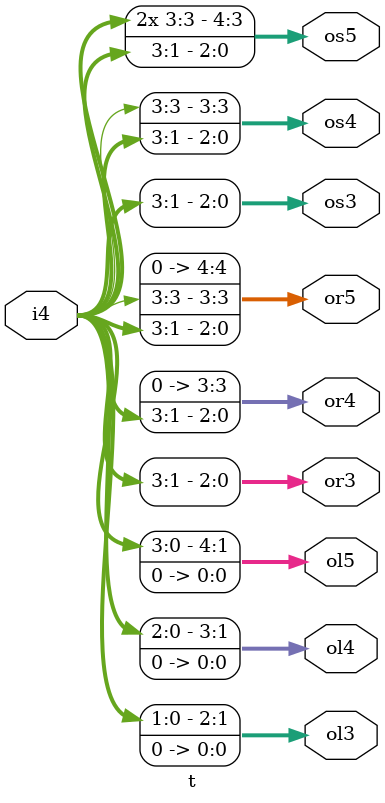
<source format=v>

module t
  (input signed [3:0] i4,
   output signed [2:0] ol3,
   output signed [3:0] ol4,
   output signed [4:0] ol5,
   output signed [2:0] or3,
   output signed [3:0] or4,
   output signed [4:0] or5,
   output signed [2:0] os3,
   output signed [3:0] os4,
   output signed [4:0] os5);

   assign ol3 = i4 << 1;  // WIDTHTRUNC
   assign ol4 = i4 << 1;
   assign ol5 = i4 << 1;  // WIDTHEXPAND, but ok due to shift amount 1

   assign or3 = i4 >> 1;  // WIDTHTRUNC, currently warn, but in future ok due to shift amount 1?
   assign or4 = i4 >> 1;
   assign or5 = i4 >> 1;  // WIDTHEXPAND

   assign os3 = i4 >>> 1;  // WIDTHTRUNC, currently warn, but in future ok due to shift amount 1?
   assign os4 = i4 >>> 1;
   assign os5 = i4 >>> 1;  // WIDTHEXPAND

endmodule

</source>
